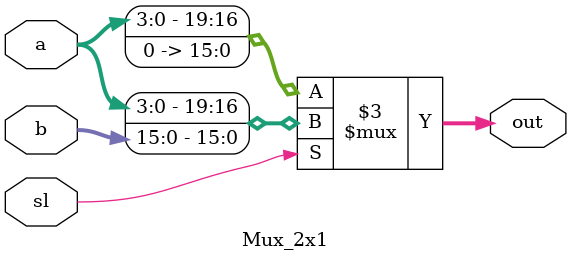
<source format=v>
`timescale 1ns / 1ps


module Mux_2x1(input [3:0] a,
    input [15:0]b,
    input sl,
    output reg [19:0] out);
    always @ (sl)
    begin
        if(sl)
            out = {a, b[15:0]};
        else
            out = {a, 16'b0};
    end
endmodule
</source>
